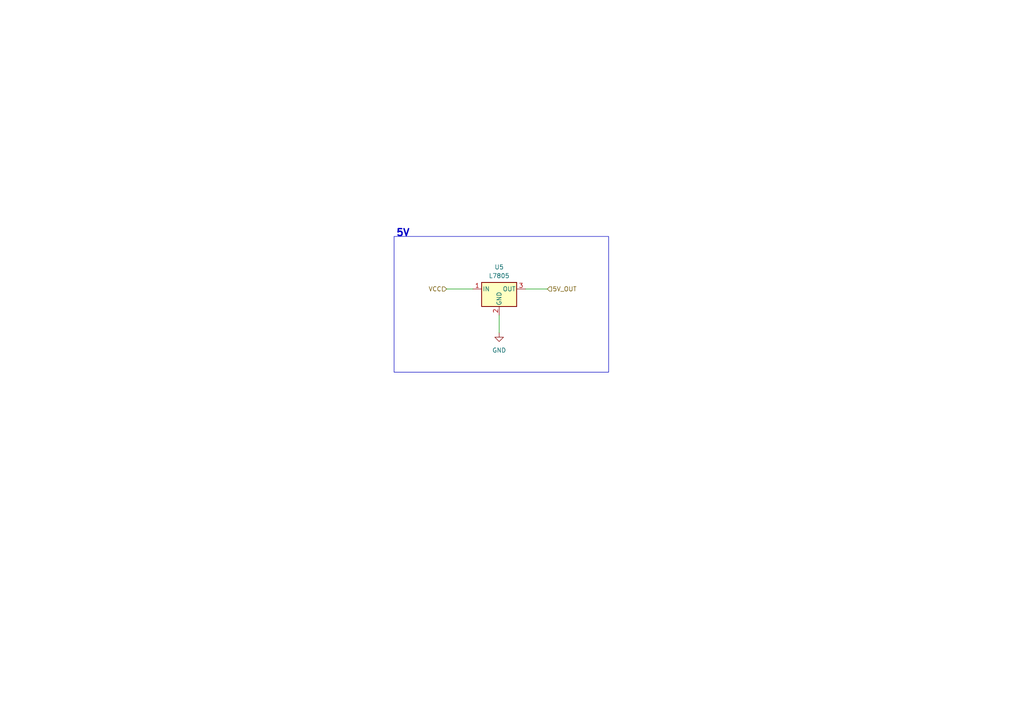
<source format=kicad_sch>
(kicad_sch (version 20231120) (generator "eeschema") (generator_version "8.0")
  (paper "A4")
  (lib_symbols
    (symbol "Regulator_Linear:L7805" (pin_names (offset 0.254))
      (property "Reference" "U" (at -3.81 3.175 0))
      (property "Value" "L7805" (at 0 3.175 0))
      (symbol "L7805_0_1"
        (rectangle (start -5.08 1.905) (end 5.08 -5.08) (stroke (width 0.254)) (fill (type background)))
      )
      (symbol "L7805_1_1"
        (pin power_in line (at -7.62 0 0) (length 2.54) (name "IN") (number "1"))
        (pin power_in line (at 0 -7.62 90) (length 2.54) (name "GND") (number "2"))
        (pin power_out line (at 7.62 0 180) (length 2.54) (name "OUT") (number "3"))
      )
    )
    (symbol "power:GND" (power) (pin_numbers hide) (pin_names (offset 0) hide)
      (property "Value" "GND" (at 0 -3.81 0))
      (symbol "GND_0_1"
        (polyline (pts (xy 0 0) (xy 0 -1.27) (xy 1.27 -1.27) (xy 0 -2.54) (xy -1.27 -1.27) (xy 0 -1.27)))
      )
      (symbol "GND_1_1"
        (pin power_in line (at 0 0 270) (length 0) (name "~") (number "1"))
      )
    )
  )
  (wire (pts (xy 152.4 83.82) (xy 158.75 83.82)))
  (wire (pts (xy 144.78 91.44) (xy 144.78 96.52)))
  (wire (pts (xy 129.54 83.82) (xy 137.16 83.82)))
  (rectangle (start 114.3 68.58) (end 176.53 107.95))
  (text "5V" (at 114.808 68.834 0) (effects (font (size 2.0066 2.0066) (thickness 0.4013) (bold yes)) (justify left bottom)))
  (hierarchical_label "5V_OUT" (shape input) (at 158.75 83.82 0))
  (hierarchical_label "VCC" (shape input) (at 129.54 83.82 180))
  (symbol (lib_id "power:GND") (at 144.78 96.52 0) (unit 1)
    (property "Reference" "#PWR25" (effects (hide yes)))
    (property "Value" "GND" (at 144.78 101.6 0))
    (property "Description" "Power symbol creates a global label with name \"GND\" , ground" (effects (hide yes)))
  )
  (symbol (lib_id "Regulator_Linear:L7805") (at 144.78 83.82 0) (unit 1)
    (property "Reference" "U5" (at 144.78 77.47 0))
    (property "Value" "L7805" (at 144.78 80.01 0))
    (property "Footprint" "Package_TO_SOT_THT:TO-220-3_Horizontal_TabDown" (effects (hide yes)))
    (property "Datasheet" "http://www.st.com/content/ccc/resource/technical/document/datasheet/41/4f/b3/b0/12/d4/47/88/CD00000444.pdf/files/CD00000444.pdf/jcr:content/translations/en.CD00000444.pdf" (effects (hide yes)))
    (property "Description" "Positive 1.5A 35V Linear Regulator, Fixed Output 5V, TO-220/TO-263/TO-252" (effects (hide yes)))
  )
)
</source>
